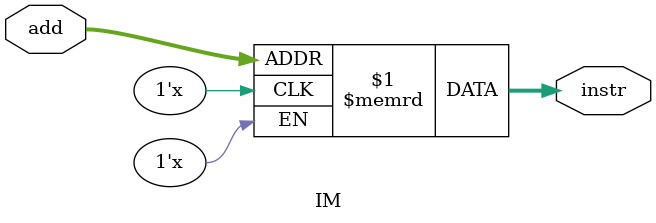
<source format=v>
module IM(add,instr);
	input [11:2] add;
	output [31:0] instr;
	reg [31:0] im [0:1023];
	assign instr=im[add];

endmodule



</source>
